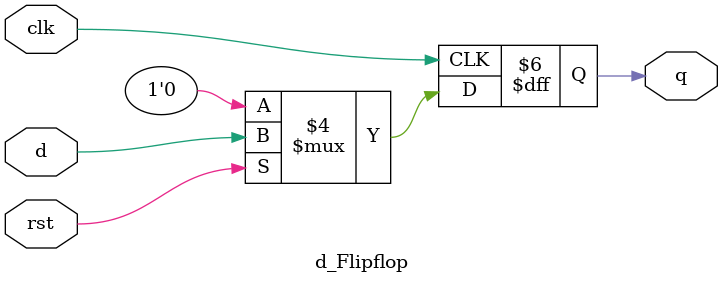
<source format=v>
module ram(
    input clk,
    input rst,
    input readWrite,
    input cs,
    input [7:0] dataIn, addr,
    output reg [7:0] dataOut
);
    wire [3:0] tempRst;
    wire [3:0] tempWrite;
    decoder decoderRst(addr, tempRst);
    decoder decoderWrite(addr, tempWrite);
    wire [7:0] tempRegOut1, tempRegOut2, tempRegOut3, tempRegOut4;
    eightBitRegister addr1(clk, ~tempRst[0] | rst, tempWrite[0] & readWrite, dataIn, tempRegOut1);
    eightBitRegister addr2(clk, ~tempRst[1] | rst, tempWrite[1] & readWrite, dataIn, tempRegOut2);
    eightBitRegister addr3(clk, ~tempRst[2] | rst, tempWrite[2] & readWrite, dataIn, tempRegOut3);
    eightBitRegister addr4(clk, ~tempRst[3] | rst, tempWrite[3] & readWrite, dataIn, tempRegOut4);
    always @(*)
    begin
        if (!cs) dataOut <= 8'b00000000;
        else begin
            case (addr)
                8'b00000000: dataOut = tempRegOut1;
                8'b00000001: dataOut = tempRegOut2;
                8'b00000010: dataOut = tempRegOut3;
                8'b00000011: dataOut = tempRegOut4;
            endcase
        end
    end
endmodule

module decoder(
    input [7:0] addr,
    output reg [3:0] out 
);
    always @(*)
    begin
        case (addr)
            8'b00000000: out = 4'b0001;
            8'b00000001: out = 4'b0010;
            8'b00000010: out = 4'b0100;
            8'b00000011: out = 4'b1000;
        endcase
    end
endmodule

module eightBitRegister(
    input clk,
    input rst,
    input readWrite,
    input [7:0] dataIn,
    output [7:0] dataOut
);
    binaryCell cells [7:0] (clk, rst, readWrite, dataIn, dataOut);
endmodule

module binaryCell(
    input clk,
    input rst,
	 input s,
    input readWrite,
    input data,
    output out
);
    reg tempDFF;
    d_Flipflop d_ff1(clk, rst, tempDFF, out);
    always @(s)
    begin
        case (readWrite)
            1'b0: tempDFF = out;
            1'b1: tempDFF = data;
        endcase    
    end
endmodule

module d_Flipflop(
    input clk,
    input rst,
    input d,
    output reg q
);
    always @(posedge clk)
    begin
        if (!rst) q <= 1'b0;
        else q <= d;
    end
endmodule
</source>
